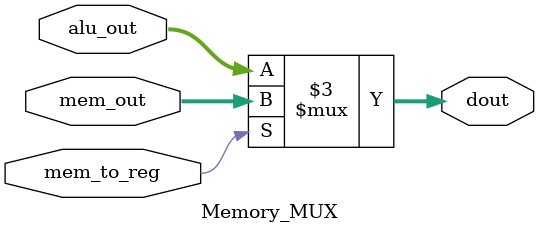
<source format=v>
module ALU_MUX(input [31:0] rs2_out,
               input [31:0] imm_gen_out,
               input alu_src,
               output reg [31:0] alu_in2);
    
    always @(*) begin
        if (alu_src) alu_in2 = imm_gen_out;
        else alu_in2 = rs2_out;
    end

endmodule

module ALU_Write_MUX(input [31:0] next_pc,
                     input [31:0] dout,
                     input pc_to_reg,
                     output reg [31:0] rd_din);
    
    always @(next_pc, dout, pc_to_reg) begin
        if (pc_to_reg) rd_din = next_pc;
        else rd_din = dout;
    end

endmodule

module PC_MUX(input [31:0] plus_four_pc,
              input [31:0] jump_pc,
              input [31:0] alu_out,
              input is_jal,
              input is_jalr,
              input branch,
              input bcond,
              output reg [31:0] next_pc);
    
    wire cond1;
    wire cond2;

    assign cond1 = (branch & bcond) | is_jal;
    assign cond2 = is_jalr;

    always @(*) begin
        if (!cond1 && !cond2) next_pc = plus_four_pc;
        else if (!cond1 && cond2) begin
            $display("next_pc = alu_out (%d)", alu_out);
            next_pc = alu_out;
        end
        else if (cond1 && !cond2) next_pc = jump_pc;

    end

endmodule

module Memory_MUX(input [31:0] mem_out,
                  input [31:0] alu_out,
                  input mem_to_reg,
                  output reg [31:0] dout);
    
    always @(*) begin
        if (mem_to_reg) dout = mem_out;
        else dout = alu_out;
    end

endmodule
</source>
